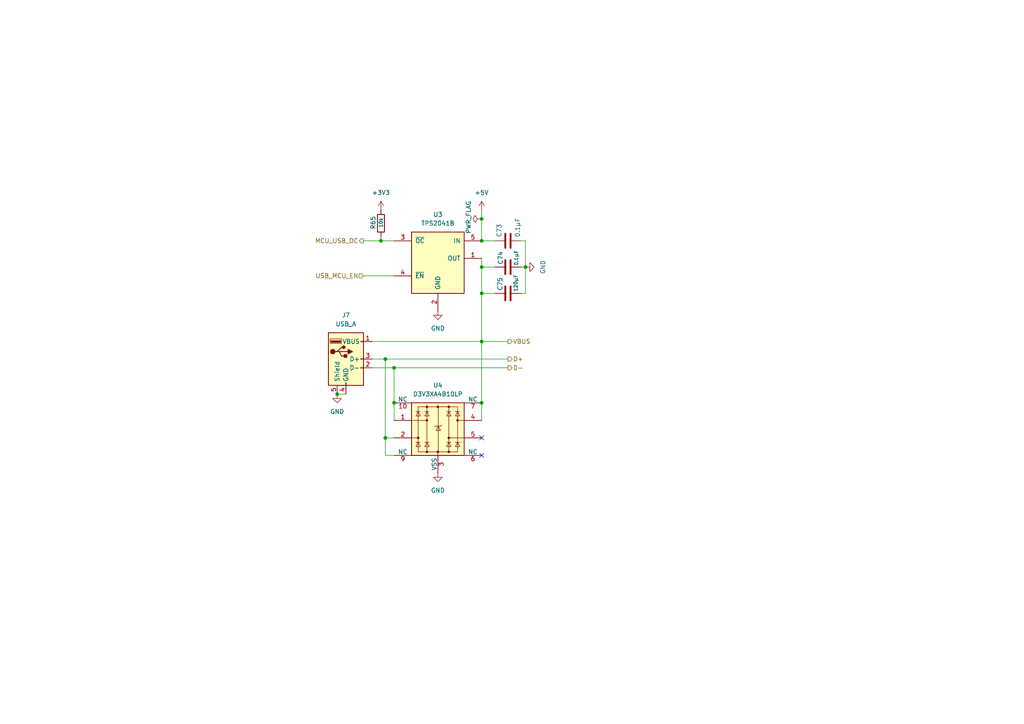
<source format=kicad_sch>
(kicad_sch (version 20250114) (generator "eeschema") (generator_version "9.0")
  (paper "A4")
  (lib_symbols
    (symbol "Connector:USB_A" (pin_names (offset 1.016))
      (property "Reference" "J" (at -5.08 11.43 0))
      (property "Value" "USB_A" (at -5.08 8.89 0))
      (symbol "USB_A_0_1"
        (rectangle (start -5.08 -7.62) (end 5.08 7.62) (stroke (width 0.254)) (fill (type background)))
        (circle (center -3.81 2.159) (radius 0.635) (stroke (width 0.254)) (fill (type outline)))
        (polyline (pts (xy -3.175 2.159) (xy -2.54 2.159) (xy -1.27 3.429) (xy -0.635 3.429)) (stroke (width 0.254)))
        (polyline (pts (xy -2.54 2.159) (xy -1.905 2.159) (xy -1.27 0.889) (xy 0 0.889)) (stroke (width 0.254)))
        (rectangle (start -1.524 4.826) (end -4.318 5.334) (fill (type outline)))
        (rectangle (start -1.27 4.572) (end -4.572 5.842))
        (circle (center -0.635 3.429) (radius 0.381) (stroke (width 0.254)) (fill (type outline)))
        (rectangle (start -0.127 -7.62) (end 0.127 -6.858))
        (rectangle (start 0.254 1.27) (end -0.508 0.508) (stroke (width 0.254)) (fill (type outline)))
        (polyline (pts (xy 0.635 2.794) (xy 0.635 1.524) (xy 1.905 2.159) (xy 0.635 2.794)) (stroke (width 0.254)) (fill (type outline)))
        (rectangle (start 5.08 4.953) (end 4.318 5.207))
        (rectangle (start 5.08 -0.127) (end 4.318 0.127))
        (rectangle (start 5.08 -2.667) (end 4.318 -2.413))
      )
      (symbol "USB_A_1_1"
        (polyline (pts (xy -1.905 2.159) (xy 0.635 2.159)) (stroke (width 0.254)))
        (pin passive line (at -2.54 -10.16 90) (length 2.54) (name "Shield") (number "5"))
        (pin power_in line (at 0 -10.16 90) (length 2.54) (name "GND") (number "4"))
        (pin power_in line (at 7.62 5.08 180) (length 2.54) (name "VBUS") (number "1"))
        (pin bidirectional line (at 7.62 0 180) (length 2.54) (name "D+") (number "3"))
        (pin bidirectional line (at 7.62 -2.54 180) (length 2.54) (name "D-") (number "2"))
      )
    )
    (symbol "Device:C" (pin_numbers (hide yes)) (pin_names (offset 0.254))
      (property "Reference" "C" (at 0.635 2.54 0))
      (property "Value" "C" (at 0.635 -2.54 0))
      (symbol "C_0_1"
        (polyline (pts (xy -2.032 0.762) (xy 2.032 0.762)) (stroke (width 0.508)))
        (polyline (pts (xy -2.032 -0.762) (xy 2.032 -0.762)) (stroke (width 0.508)))
      )
      (symbol "C_1_1"
        (pin passive line (at 0 3.81 270) (length 2.794) (name "~") (number "1"))
        (pin passive line (at 0 -3.81 90) (length 2.794) (name "~") (number "2"))
      )
    )
    (symbol "Device:R" (pin_numbers (hide yes)) (pin_names (offset 0))
      (property "Reference" "R" (at 2.032 0 90))
      (property "Value" "R" (at 0 0 90))
      (symbol "R_0_1"
        (rectangle (start -1.016 -2.54) (end 1.016 2.54) (stroke (width 0.254)))
      )
      (symbol "R_1_1"
        (pin passive line (at 0 3.81 270) (length 1.27) (name "~") (number "1"))
        (pin passive line (at 0 -3.81 90) (length 1.27) (name "~") (number "2"))
      )
    )
    (symbol "Power_Management:TPS2041B" (pin_names (offset 1.016))
      (property "Reference" "U" (at 0 10.795 0))
      (property "Value" "TPS2041B" (at 0 8.89 0))
      (symbol "TPS2041B_0_1"
        (rectangle (start -7.62 7.62) (end 7.62 -10.16) (stroke (width 0.254)) (fill (type background)))
      )
      (symbol "TPS2041B_1_1"
        (pin open_collector line (at -12.7 5.08 0) (length 5.08) (name "~{OC}") (number "3"))
        (pin input line (at -12.7 -5.08 0) (length 5.08) (name "~{EN}") (number "4"))
        (pin power_in line (at 0 -15.24 90) (length 5.08) (name "GND") (number "2"))
        (pin power_in line (at 12.7 5.08 180) (length 5.08) (name "IN") (number "5"))
        (pin power_out line (at 12.7 0 180) (length 5.08) (name "OUT") (number "1"))
      )
    )
    (symbol "Power_Protection:D3V3XA4B10LP" (pin_names (offset 0))
      (property "Reference" "U" (at -0.635 8.89 0))
      (property "Value" "D3V3XA4B10LP" (at 8.89 -10.16 0))
      (symbol "D3V3XA4B10LP_0_0"
        (rectangle (start -5.715 6.477) (end 5.715 -6.604))
        (polyline (pts (xy -3.175 -6.604) (xy -3.175 6.477)))
        (polyline (pts (xy 0.127 6.477) (xy 0.127 -6.604)))
        (polyline (pts (xy 3.175 6.477) (xy 3.175 -6.604)))
      )
      (symbol "D3V3XA4B10LP_0_1"
        (polyline (pts (xy -7.747 2.54) (xy -3.175 2.54)))
        (rectangle (start -7.62 7.62) (end 7.62 -7.62) (stroke (width 0.254)) (fill (type background)))
        (polyline (pts (xy -7.62 -2.54) (xy -5.715 -2.54)))
        (circle (center -5.715 -2.54) (radius 0.2794) (fill (type outline)))
        (polyline (pts (xy -5.08 5.08) (xy -6.35 5.08)))
        (polyline (pts (xy -5.08 3.81) (xy -6.35 3.81) (xy -5.715 5.08) (xy -5.08 3.81)))
        (polyline (pts (xy -5.08 -3.81) (xy -6.35 -3.81)))
        (polyline (pts (xy -5.08 -5.08) (xy -6.35 -5.08) (xy -5.715 -3.81) (xy -5.08 -5.08)))
        (circle (center -3.175 6.477) (radius 0.2794) (fill (type outline)))
        (circle (center -3.175 2.54) (radius 0.2794) (fill (type outline)))
        (circle (center -3.175 -6.604) (radius 0.2794) (fill (type outline)))
        (polyline (pts (xy -2.54 5.08) (xy -3.81 5.08)))
        (polyline (pts (xy -2.54 3.81) (xy -3.81 3.81) (xy -3.175 5.08) (xy -2.54 3.81)))
        (polyline (pts (xy -2.54 -3.81) (xy -3.81 -3.81)))
        (polyline (pts (xy -2.54 -5.08) (xy -3.81 -5.08) (xy -3.175 -3.81) (xy -2.54 -5.08)))
        (polyline (pts (xy -0.508 0.889) (xy -0.889 0.635)))
        (circle (center 0 6.477) (radius 0.2794) (fill (type outline)))
        (polyline (pts (xy 0 -6.604) (xy 0 -7.62)))
        (circle (center 0 -6.604) (radius 0.2794) (fill (type outline)))
        (polyline (pts (xy 0.762 0.889) (xy -0.508 0.889)))
        (polyline (pts (xy 0.762 0.889) (xy 1.143 1.143)))
        (polyline (pts (xy 0.762 -0.381) (xy -0.508 -0.381) (xy 0.127 0.889) (xy 0.762 -0.381)))
        (circle (center 3.175 6.477) (radius 0.2794) (fill (type outline)))
        (circle (center 3.175 -2.54) (radius 0.2794) (fill (type outline)))
        (circle (center 3.175 -6.604) (radius 0.2794) (fill (type outline)))
        (polyline (pts (xy 3.81 5.08) (xy 2.54 5.08)))
        (polyline (pts (xy 3.81 3.81) (xy 2.54 3.81) (xy 3.175 5.08) (xy 3.81 3.81)))
        (polyline (pts (xy 3.81 -3.81) (xy 2.54 -3.81)))
        (polyline (pts (xy 3.81 -5.08) (xy 2.54 -5.08) (xy 3.175 -3.81) (xy 3.81 -5.08)))
        (circle (center 5.715 2.54) (radius 0.2794) (fill (type outline)))
        (polyline (pts (xy 6.35 5.08) (xy 5.08 5.08)))
        (polyline (pts (xy 6.35 3.81) (xy 5.08 3.81) (xy 5.715 5.08) (xy 6.35 3.81)))
        (polyline (pts (xy 6.35 -3.81) (xy 5.08 -3.81)))
        (polyline (pts (xy 6.35 -5.08) (xy 5.08 -5.08) (xy 5.715 -3.81) (xy 6.35 -5.08)))
        (polyline (pts (xy 7.62 2.54) (xy 5.715 2.54)))
        (polyline (pts (xy 7.62 -2.54) (xy 3.175 -2.54)))
      )
      (symbol "D3V3XA4B10LP_1_1"
        (pin free line (at -12.7 7.62 0) (length 5.08) (name "NC") (number "10"))
        (pin passive line (at -12.7 2.54 0) (length 5.08) (name "~") (number "1"))
        (pin passive line (at -12.7 -2.54 0) (length 5.08) (name "~") (number "2"))
        (pin free line (at -12.7 -7.62 0) (length 5.08) (name "NC") (number "9"))
        (pin power_in line (at 0 -12.7 90) (length 5.08) (name "VSS") (number "3"))
        (pin passive line (at 0 -12.7 90) (length 5.08) (hide yes) (name "VSS") (number "8"))
        (pin free line (at 12.7 7.62 180) (length 5.08) (name "NC") (number "7"))
        (pin passive line (at 12.7 2.54 180) (length 5.08) (name "~") (number "4"))
        (pin passive line (at 12.7 -2.54 180) (length 5.08) (name "~") (number "5"))
        (pin free line (at 12.7 -7.62 180) (length 5.08) (name "NC") (number "6"))
      )
    )
    (symbol "power:+3V3" (power) (pin_numbers (hide yes)) (pin_names (offset 0) (hide yes))
      (property "Value" "+3V3" (at 0 3.556 0))
      (symbol "+3V3_0_1"
        (polyline (pts (xy -0.762 1.27) (xy 0 2.54)))
        (polyline (pts (xy 0 2.54) (xy 0.762 1.27)))
        (polyline (pts (xy 0 0) (xy 0 2.54)))
      )
      (symbol "+3V3_1_1"
        (pin power_in line (at 0 0 90) (length 0) (name "~") (number "1"))
      )
    )
    (symbol "power:+5V" (power) (pin_numbers (hide yes)) (pin_names (offset 0) (hide yes))
      (property "Value" "+5V" (at 0 3.556 0))
      (symbol "+5V_0_1"
        (polyline (pts (xy -0.762 1.27) (xy 0 2.54)))
        (polyline (pts (xy 0 2.54) (xy 0.762 1.27)))
        (polyline (pts (xy 0 0) (xy 0 2.54)))
      )
      (symbol "+5V_1_1"
        (pin power_in line (at 0 0 90) (length 0) (name "~") (number "1"))
      )
    )
    (symbol "power:GND" (power) (pin_numbers (hide yes)) (pin_names (offset 0) (hide yes))
      (property "Value" "GND" (at 0 -3.81 0))
      (symbol "GND_0_1"
        (polyline (pts (xy 0 0) (xy 0 -1.27) (xy 1.27 -1.27) (xy 0 -2.54) (xy -1.27 -1.27) (xy 0 -1.27)))
      )
      (symbol "GND_1_1"
        (pin power_in line (at 0 0 270) (length 0) (name "~") (number "1"))
      )
    )
    (symbol "power:PWR_FLAG" (power) (pin_numbers (hide yes)) (pin_names (offset 0) (hide yes))
      (property "Value" "PWR_FLAG" (at 0 3.81 0))
      (symbol "PWR_FLAG_0_0"
        (pin power_out line (at 0 0 90) (length 0) (name "~") (number "1"))
      )
      (symbol "PWR_FLAG_0_1"
        (polyline (pts (xy 0 0) (xy 0 1.27) (xy -1.016 1.905) (xy 0 2.54) (xy 1.016 1.905) (xy 0 1.27)))
      )
    )
  )
  (junction (at 114.3 116.84))
  (junction (at 139.7 85.09))
  (junction (at 139.7 99.06))
  (junction (at 152.4 77.47))
  (junction (at 139.7 63.5))
  (junction (at 114.3 106.68))
  (junction (at 97.79 114.3))
  (junction (at 139.7 116.84))
  (junction (at 139.7 69.85))
  (junction (at 139.7 77.47))
  (junction (at 111.76 127))
  (junction (at 111.76 104.14))
  (junction (at 110.49 69.85))
  (no_connect (at 139.7 127))
  (no_connect (at 139.7 132.08))
  (wire (pts (xy 111.76 127) (xy 114.3 127)))
  (wire (pts (xy 139.7 60.96) (xy 139.7 63.5)))
  (wire (pts (xy 111.76 132.08) (xy 114.3 132.08)))
  (wire (pts (xy 152.4 77.47) (xy 152.4 85.09)))
  (wire (pts (xy 107.95 99.06) (xy 139.7 99.06)))
  (wire (pts (xy 139.7 121.92) (xy 139.7 116.84)))
  (wire (pts (xy 114.3 106.68) (xy 114.3 116.84)))
  (wire (pts (xy 111.76 127) (xy 111.76 132.08)))
  (wire (pts (xy 139.7 63.5) (xy 139.7 69.85)))
  (wire (pts (xy 107.95 104.14) (xy 111.76 104.14)))
  (wire (pts (xy 152.4 69.85) (xy 151.13 69.85)))
  (wire (pts (xy 111.76 104.14) (xy 111.76 127)))
  (wire (pts (xy 114.3 69.85) (xy 110.49 69.85)))
  (wire (pts (xy 139.7 74.93) (xy 139.7 77.47)))
  (wire (pts (xy 100.33 114.3) (xy 97.79 114.3)))
  (wire (pts (xy 139.7 85.09) (xy 139.7 99.06)))
  (wire (pts (xy 107.95 106.68) (xy 114.3 106.68)))
  (wire (pts (xy 111.76 104.14) (xy 147.32 104.14)))
  (wire (pts (xy 152.4 85.09) (xy 151.13 85.09)))
  (wire (pts (xy 139.7 69.85) (xy 143.51 69.85)))
  (wire (pts (xy 152.4 69.85) (xy 152.4 77.47)))
  (wire (pts (xy 143.51 85.09) (xy 139.7 85.09)))
  (wire (pts (xy 110.49 69.85) (xy 105.41 69.85)))
  (wire (pts (xy 110.49 68.58) (xy 110.49 69.85)))
  (wire (pts (xy 152.4 77.47) (xy 151.13 77.47)))
  (wire (pts (xy 139.7 99.06) (xy 147.32 99.06)))
  (wire (pts (xy 139.7 116.84) (xy 139.7 99.06)))
  (wire (pts (xy 143.51 77.47) (xy 139.7 77.47)))
  (wire (pts (xy 114.3 116.84) (xy 114.3 121.92)))
  (wire (pts (xy 114.3 106.68) (xy 147.32 106.68)))
  (wire (pts (xy 105.41 80.01) (xy 114.3 80.01)))
  (wire (pts (xy 139.7 77.47) (xy 139.7 85.09)))
  (hierarchical_label "VBUS" (shape output) (at 147.32 99.06 0))
  (hierarchical_label "MCU_USB_OC" (shape output) (at 105.41 69.85 180))
  (hierarchical_label "D-" (shape output) (at 147.32 106.68 0))
  (hierarchical_label "D+" (shape output) (at 147.32 104.14 0))
  (hierarchical_label "USB_MCU_EN" (shape input) (at 105.41 80.01 180))
  (symbol (lib_id "Device:C") (at 147.32 77.47 270) (unit 1)
    (property "Reference" "C74" (at 145.161 74.803 0))
    (property "Value" "0.1µF" (at 149.733 74.803 0) (effects (font (size 1.016 1.016))))
    (property "Footprint" "Capacitor_SMD:C_0603_1608Metric_Pad1.08x0.95mm_HandSolder" (effects (hide yes)))
    (property "Description" "Unpolarized capacitor" (effects (hide yes)))
  )
  (symbol (lib_id "power:GND") (at 127 137.16 0) (unit 1)
    (property "Reference" "#PWR082" (effects (hide yes)))
    (property "Value" "GND" (at 127 142.24 0))
    (property "Description" "Power symbol creates a global label with name \"GND\" , ground" (effects (hide yes)))
  )
  (symbol (lib_id "Power_Protection:D3V3XA4B10LP") (at 127 124.46 0) (unit 1)
    (property "Reference" "U4" (at 127 111.76 0))
    (property "Value" "D3V3XA4B10LP" (at 127 114.3 0))
    (property "Footprint" "Package_DFN_QFN:Diodes_UDFN-10_1.0x2.5mm_P0.5mm" (effects (hide yes)))
    (property "Datasheet" "https://www.diodes.com/assets/Datasheets/D3V3XA4B10LP.pdf" (effects (hide yes)))
    (property "Description" "4-Channel Low Capacitance TVS Diode Array, DFN-10" (effects (hide yes)))
  )
  (symbol (lib_id "Device:R") (at 110.49 64.77 180) (unit 1)
    (property "Reference" "R65" (at 108.204 66.548 90) (effects (justify right)))
    (property "Value" "10k" (at 110.49 66.04 90) (effects (font (size 1.016 1.016)) (justify right)))
    (property "Footprint" "Resistor_SMD:R_0805_2012Metric_Pad1.20x1.40mm_HandSolder" (effects (hide yes)))
    (property "Description" "Resistor" (effects (hide yes)))
  )
  (symbol (lib_id "Connector:USB_A") (at 100.33 104.14 0) (unit 1)
    (property "Reference" "J7" (at 100.33 91.44 0))
    (property "Value" "USB_A" (at 100.33 93.98 0))
    (property "Footprint" "Connector_USB:USB_A_Wuerth_614004134726_Horizontal" (effects (hide yes)))
    (property "Description" "USB Type A connector" (effects (hide yes)))
  )
  (symbol (lib_id "Device:C") (at 147.32 85.09 270) (unit 1)
    (property "Reference" "C75" (at 145.034 84.328 0) (effects (justify right)))
    (property "Value" "120µF" (at 149.606 84.582 0) (effects (font (size 1.016 1.016)) (justify right)))
    (property "Footprint" "Capacitor_SMD:CP_Elec_6.3x7.7" (effects (hide yes)))
    (property "Description" "Unpolarized capacitor" (effects (hide yes)))
  )
  (symbol (lib_id "power:GND") (at 97.79 114.3 0) (unit 1)
    (property "Reference" "#PWR079" (effects (hide yes)))
    (property "Value" "GND" (at 97.79 119.38 0))
    (property "Description" "Power symbol creates a global label with name \"GND\" , ground" (effects (hide yes)))
  )
  (symbol (lib_id "power:GND") (at 152.4 77.47 90) (unit 1)
    (property "Reference" "#PWR084" (effects (hide yes)))
    (property "Value" "GND" (at 157.48 77.47 0))
    (property "Description" "Power symbol creates a global label with name \"GND\" , ground" (effects (hide yes)))
  )
  (symbol (lib_id "power:+5V") (at 139.7 60.96 0) (unit 1)
    (property "Reference" "#PWR083" (effects (hide yes)))
    (property "Value" "+5V" (at 139.7 55.88 0))
    (property "Description" "Power symbol creates a global label with name \"+5V\"" (effects (hide yes)))
  )
  (symbol (lib_id "power:+3V3") (at 110.49 60.96 0) (unit 1)
    (property "Reference" "#PWR080" (effects (hide yes)))
    (property "Value" "+3V3" (at 110.49 55.88 0))
    (property "Description" "Power symbol creates a global label with name \"+3V3\"" (effects (hide yes)))
  )
  (symbol (lib_id "Device:C") (at 147.32 69.85 90) (unit 1)
    (property "Reference" "C73" (at 144.78 68.834 0) (effects (justify left)))
    (property "Value" "0.1μF" (at 150.114 68.834 0) (effects (justify left)))
    (property "Footprint" "Capacitor_SMD:C_0603_1608Metric_Pad1.08x0.95mm_HandSolder" (effects (hide yes)))
    (property "Description" "Unpolarized capacitor" (effects (hide yes)))
  )
  (symbol (lib_id "power:PWR_FLAG") (at 139.7 63.5 90) (unit 1)
    (property "Reference" "#FLG05" (effects (hide yes)))
    (property "Value" "PWR_FLAG" (at 135.89 67.818 0) (effects (justify left)))
    (property "Description" "Special symbol for telling ERC where power comes from" (effects (hide yes)))
  )
  (symbol (lib_id "power:GND") (at 127 90.17 0) (unit 1)
    (property "Reference" "#PWR081" (effects (hide yes)))
    (property "Value" "GND" (at 127 95.25 0))
    (property "Description" "Power symbol creates a global label with name \"GND\" , ground" (effects (hide yes)))
  )
  (symbol (lib_id "Power_Management:TPS2041B") (at 127 74.93 0) (unit 1)
    (property "Reference" "U3" (at 127 62.23 0))
    (property "Value" "TPS2041B" (at 127 64.77 0))
    (property "Footprint" "Package_TO_SOT_SMD:SOT-23-5" (effects (hide yes)))
    (property "Datasheet" "http://www.ti.com/lit/ds/symlink/tps2041.pdf" (effects (hide yes)))
    (property "Description" "Single power-distribution switcher" (effects (hide yes)))
  )
)
</source>
